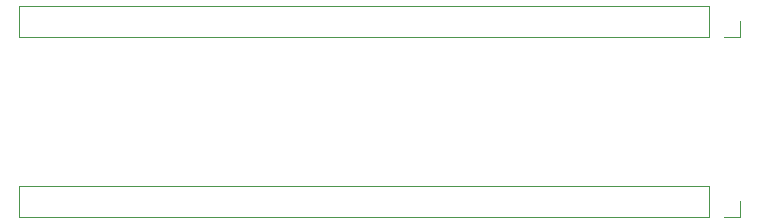
<source format=gbr>
G04 #@! TF.GenerationSoftware,KiCad,Pcbnew,(5.1.9)-1*
G04 #@! TF.CreationDate,2021-05-08T11:49:02+01:00*
G04 #@! TF.ProjectId,RGBtoHDMI Amiga Denise DIP Breakout FFC,52474274-6f48-4444-9d49-20416d696761,v2++ Rev 2*
G04 #@! TF.SameCoordinates,Original*
G04 #@! TF.FileFunction,Legend,Bot*
G04 #@! TF.FilePolarity,Positive*
%FSLAX46Y46*%
G04 Gerber Fmt 4.6, Leading zero omitted, Abs format (unit mm)*
G04 Created by KiCad (PCBNEW (5.1.9)-1) date 2021-05-08 11:49:02*
%MOMM*%
%LPD*%
G01*
G04 APERTURE LIST*
%ADD10C,0.120000*%
G04 APERTURE END LIST*
D10*
X163255000Y-87055000D02*
X163255000Y-85725000D01*
X161925000Y-87055000D02*
X163255000Y-87055000D01*
X160655000Y-87055000D02*
X160655000Y-84395000D01*
X160655000Y-84395000D02*
X102175000Y-84395000D01*
X160655000Y-87055000D02*
X102175000Y-87055000D01*
X102175000Y-87055000D02*
X102175000Y-84395000D01*
X163255000Y-71815000D02*
X163255000Y-70485000D01*
X161925000Y-71815000D02*
X163255000Y-71815000D01*
X160655000Y-71815000D02*
X160655000Y-69155000D01*
X160655000Y-69155000D02*
X102175000Y-69155000D01*
X160655000Y-71815000D02*
X102175000Y-71815000D01*
X102175000Y-71815000D02*
X102175000Y-69155000D01*
M02*

</source>
